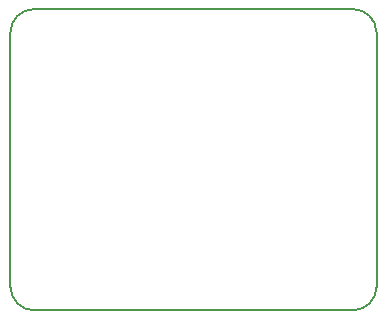
<source format=gbr>
G04 #@! TF.GenerationSoftware,KiCad,Pcbnew,(5.1.0-70-g46d257dc6)*
G04 #@! TF.CreationDate,2019-05-03T15:48:20+03:00*
G04 #@! TF.ProjectId,stm32_ds2480_emu,73746d33-325f-4647-9332-3438305f656d,rev?*
G04 #@! TF.SameCoordinates,Original*
G04 #@! TF.FileFunction,Profile,NP*
%FSLAX46Y46*%
G04 Gerber Fmt 4.6, Leading zero omitted, Abs format (unit mm)*
G04 Created by KiCad (PCBNEW (5.1.0-70-g46d257dc6)) date 2019-05-03 15:48:20*
%MOMM*%
%LPD*%
G04 APERTURE LIST*
%ADD10C,0.200000*%
G04 APERTURE END LIST*
D10*
X143500000Y-96000000D02*
G75*
G02X141500000Y-98000000I-2000000J0D01*
G01*
X141500000Y-72500000D02*
G75*
G02X143500000Y-74500000I0J-2000000D01*
G01*
X112500000Y-74500000D02*
G75*
G02X114500000Y-72500000I2000000J0D01*
G01*
X114500000Y-98000000D02*
G75*
G02X112500000Y-96000000I0J2000000D01*
G01*
X112500000Y-96000000D02*
X112500000Y-74500000D01*
X141500000Y-98000000D02*
X114500000Y-98000000D01*
X143500000Y-74500000D02*
X143500000Y-96000000D01*
X114500000Y-72500000D02*
X141500000Y-72500000D01*
M02*

</source>
